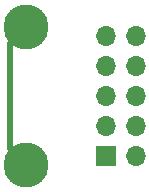
<source format=gbl>
G04 #@! TF.GenerationSoftware,KiCad,Pcbnew,7.0.0-da2b9df05c~163~ubuntu22.04.1*
G04 #@! TF.CreationDate,2023-02-19T21:10:26+00:00*
G04 #@! TF.ProjectId,simpleadapter,73696d70-6c65-4616-9461-707465722e6b,rev?*
G04 #@! TF.SameCoordinates,Original*
G04 #@! TF.FileFunction,Copper,L2,Bot*
G04 #@! TF.FilePolarity,Positive*
%FSLAX46Y46*%
G04 Gerber Fmt 4.6, Leading zero omitted, Abs format (unit mm)*
G04 Created by KiCad (PCBNEW 7.0.0-da2b9df05c~163~ubuntu22.04.1) date 2023-02-19 21:10:26*
%MOMM*%
%LPD*%
G01*
G04 APERTURE LIST*
G04 #@! TA.AperFunction,ComponentPad*
%ADD10C,3.800000*%
G04 #@! TD*
G04 #@! TA.AperFunction,ComponentPad*
%ADD11R,1.700000X1.700000*%
G04 #@! TD*
G04 #@! TA.AperFunction,ComponentPad*
%ADD12O,1.700000X1.700000*%
G04 #@! TD*
G04 #@! TA.AperFunction,Conductor*
%ADD13C,0.500000*%
G04 #@! TD*
G04 #@! TA.AperFunction,Conductor*
%ADD14C,0.250000*%
G04 #@! TD*
G04 APERTURE END LIST*
D10*
X149177000Y-88384000D03*
X149177000Y-100084000D03*
D11*
X155955999Y-99313999D03*
D12*
X158495999Y-99313999D03*
X155955999Y-96773999D03*
X158495999Y-96773999D03*
X155955999Y-94233999D03*
X158495999Y-94233999D03*
X155955999Y-91693999D03*
X158495999Y-91693999D03*
X155955999Y-89153999D03*
X158495999Y-89153999D03*
D13*
X149177000Y-100084000D02*
X149677000Y-100584000D01*
D14*
X149177000Y-88384000D02*
X147828000Y-89733000D01*
D13*
X147828000Y-89733000D02*
X147828000Y-98735000D01*
D14*
X147828000Y-98735000D02*
X149177000Y-100084000D01*
M02*

</source>
